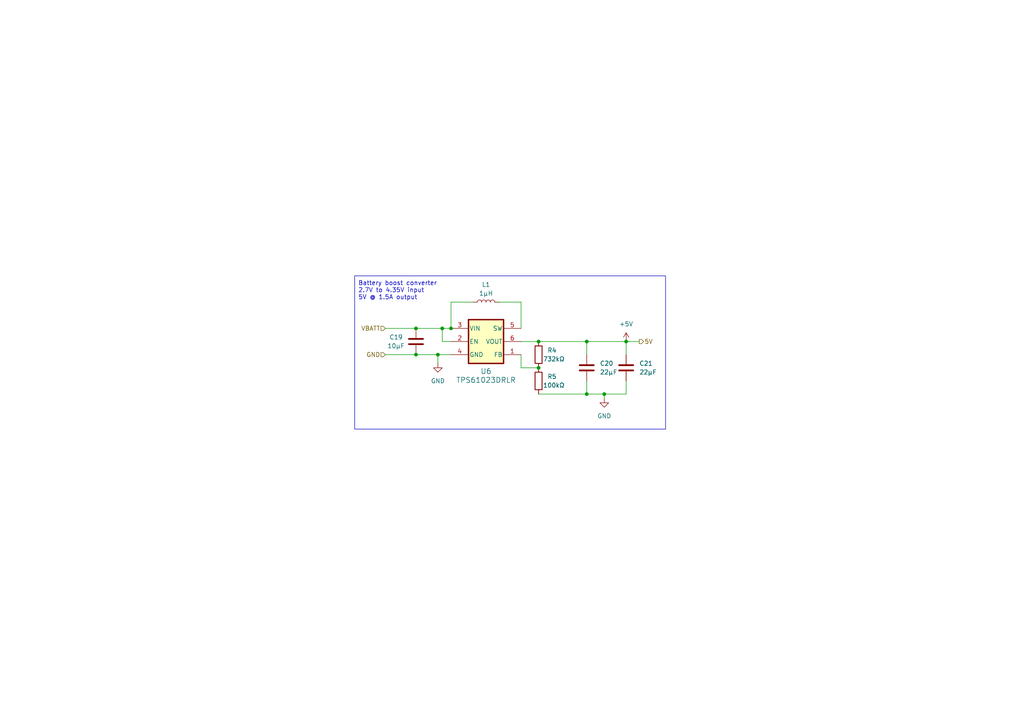
<source format=kicad_sch>
(kicad_sch (version 20231120) (generator "eeschema") (generator_version "8.0")
  (paper "A4")
  (lib_symbols
    (symbol "Device:C" (pin_numbers hide) (pin_names (offset 0.254))
      (property "Reference" "C" (at 0.635 2.54 0))
      (property "Value" "C" (at 0.635 -2.54 0))
      (symbol "C_0_1"
        (polyline (pts (xy -2.032 -0.762) (xy 2.032 -0.762)) (stroke (width 0.508)))
        (polyline (pts (xy -2.032 0.762) (xy 2.032 0.762)) (stroke (width 0.508)))
      )
      (symbol "C_1_1"
        (pin passive line (at 0 3.81 270) (length 2.794) (name "~") (number "1"))
        (pin passive line (at 0 -3.81 90) (length 2.794) (name "~") (number "2"))
      )
    )
    (symbol "Device:L" (pin_numbers hide) (pin_names (offset 1.016) hide)
      (property "Reference" "L" (at -1.27 0 90))
      (property "Value" "L" (at 1.905 0 90))
      (symbol "L_0_1"
        (arc (start 0 -2.54) (mid 0.6323 -1.905) (end 0 -1.27))
        (arc (start 0 -1.27) (mid 0.6323 -0.635) (end 0 0))
        (arc (start 0 0) (mid 0.6323 0.635) (end 0 1.27))
        (arc (start 0 1.27) (mid 0.6323 1.905) (end 0 2.54))
      )
      (symbol "L_1_1"
        (pin passive line (at 0 3.81 270) (length 1.27) (name "1") (number "1"))
        (pin passive line (at 0 -3.81 90) (length 1.27) (name "2") (number "2"))
      )
    )
    (symbol "Device:R" (pin_numbers hide) (pin_names (offset 0))
      (property "Reference" "R" (at 2.032 0 90))
      (property "Value" "R" (at 0 0 90))
      (symbol "R_0_1"
        (rectangle (start -1.016 -2.54) (end 1.016 2.54) (stroke (width 0.254)))
      )
      (symbol "R_1_1"
        (pin passive line (at 0 3.81 270) (length 1.27) (name "~") (number "1"))
        (pin passive line (at 0 -3.81 90) (length 1.27) (name "~") (number "2"))
      )
    )
    (symbol "custom_lib:TPS61023DRLR" (pin_names (offset 0.254))
      (property "Reference" "U" (at 0 2.54 0))
      (property "Value" "TPS61023DRLR" (at 0 0 0))
      (symbol "TPS61023DRLR_0_1"
        (pin input line (at 2.54 -3.81 180) (length 5.08) (name "FB") (number "1"))
        (pin input line (at -17.78 0 0) (length 5.08) (name "EN") (number "2"))
        (pin power_in line (at -17.78 3.81 0) (length 5.08) (name "VIN") (number "3"))
        (pin power_in line (at -17.78 -3.81 0) (length 5.08) (name "GND") (number "4"))
        (pin power_in line (at 2.54 3.81 180) (length 5.08) (name "SW") (number "5"))
        (pin power_in line (at 2.54 0 180) (length 5.08) (name "VOUT") (number "6"))
      )
      (symbol "TPS61023DRLR_1_1"
        (rectangle (start -12.7 6.35) (end -2.54 -6.35) (stroke (width 0.4064)) (fill (type background)))
      )
    )
    (symbol "power:+5V" (power) (pin_numbers hide) (pin_names (offset 0) hide)
      (property "Value" "+5V" (at 0 3.556 0))
      (symbol "+5V_0_1"
        (polyline (pts (xy -0.762 1.27) (xy 0 2.54)))
        (polyline (pts (xy 0 0) (xy 0 2.54)))
        (polyline (pts (xy 0 2.54) (xy 0.762 1.27)))
      )
      (symbol "+5V_1_1"
        (pin power_in line (at 0 0 90) (length 0) (name "~") (number "1"))
      )
    )
    (symbol "power:GND" (power) (pin_numbers hide) (pin_names (offset 0) hide)
      (property "Value" "GND" (at 0 -3.81 0))
      (symbol "GND_0_1"
        (polyline (pts (xy 0 0) (xy 0 -1.27) (xy 1.27 -1.27) (xy 0 -2.54) (xy -1.27 -1.27) (xy 0 -1.27)))
      )
      (symbol "GND_1_1"
        (pin power_in line (at 0 0 270) (length 0) (name "~") (number "1"))
      )
    )
  )
  (junction (at 175.26 114.3))
  (junction (at 156.21 106.68))
  (junction (at 127 102.87))
  (junction (at 170.18 114.3))
  (junction (at 170.18 99.06))
  (junction (at 181.61 99.06))
  (junction (at 128.27 95.25))
  (junction (at 156.21 99.06))
  (junction (at 120.65 102.87))
  (junction (at 130.81 95.25))
  (junction (at 120.65 95.25))
  (wire (pts (xy 120.65 102.87) (xy 127 102.87)))
  (wire (pts (xy 128.27 95.25) (xy 128.27 99.06)))
  (wire (pts (xy 181.61 99.06) (xy 181.61 102.87)))
  (wire (pts (xy 130.81 87.63) (xy 130.81 95.25)))
  (wire (pts (xy 120.65 95.25) (xy 128.27 95.25)))
  (wire (pts (xy 170.18 110.49) (xy 170.18 114.3)))
  (wire (pts (xy 151.13 87.63) (xy 151.13 95.25)))
  (wire (pts (xy 170.18 99.06) (xy 181.61 99.06)))
  (wire (pts (xy 170.18 102.87) (xy 170.18 99.06)))
  (wire (pts (xy 156.21 99.06) (xy 170.18 99.06)))
  (wire (pts (xy 175.26 114.3) (xy 175.26 115.57)))
  (wire (pts (xy 181.61 99.06) (xy 185.42 99.06)))
  (wire (pts (xy 151.13 106.68) (xy 156.21 106.68)))
  (wire (pts (xy 181.61 110.49) (xy 181.61 114.3)))
  (wire (pts (xy 156.21 114.3) (xy 170.18 114.3)))
  (wire (pts (xy 128.27 95.25) (xy 130.81 95.25)))
  (wire (pts (xy 130.81 99.06) (xy 128.27 99.06)))
  (wire (pts (xy 111.76 102.87) (xy 120.65 102.87)))
  (wire (pts (xy 170.18 114.3) (xy 175.26 114.3)))
  (wire (pts (xy 144.78 87.63) (xy 151.13 87.63)))
  (wire (pts (xy 127 105.41) (xy 127 102.87)))
  (wire (pts (xy 151.13 99.06) (xy 156.21 99.06)))
  (wire (pts (xy 175.26 114.3) (xy 181.61 114.3)))
  (wire (pts (xy 137.16 87.63) (xy 130.81 87.63)))
  (wire (pts (xy 111.76 95.25) (xy 120.65 95.25)))
  (wire (pts (xy 151.13 102.87) (xy 151.13 106.68)))
  (wire (pts (xy 127 102.87) (xy 130.81 102.87)))
  (rectangle (start 102.87 80.01) (end 193.04 124.46))
  (text "Battery boost converter\n2.7V to 4.35V input\n5V @ 1.5A output" (at 103.886 81.534 0) (effects (font (size 1.27 1.27)) (justify left top)))
  (hierarchical_label "GND" (shape input) (at 111.76 102.87 180))
  (hierarchical_label "5V" (shape output) (at 185.42 99.06 0))
  (hierarchical_label "VBATT" (shape input) (at 111.76 95.25 180))
  (symbol (lib_id "Device:C") (at 170.18 106.68 180) (unit 1)
    (property "Reference" "C20" (at 173.99 105.4099 0) (effects (justify right)))
    (property "Value" "22µF " (at 173.99 107.9499 0) (effects (justify right)))
    (property "Description" "Unpolarized capacitor" (effects (hide yes)))
  )
  (symbol (lib_id "power:+5V") (at 181.61 99.06 0) (unit 1)
    (property "Reference" "#PWR045" (effects (hide yes)))
    (property "Value" "+5V" (at 181.61 93.98 0))
    (property "Description" "Power symbol creates a global label with name \"+5V\"" (effects (hide yes)))
  )
  (symbol (lib_id "Device:L") (at 140.97 87.63 90) (unit 1)
    (property "Reference" "L1" (at 140.97 82.55 90))
    (property "Value" "1µH" (at 140.97 85.09 90))
    (property "Footprint" "CustomLib:IND_74438357010_WRE" (effects (hide yes)))
    (property "Description" "Inductor" (effects (hide yes)))
  )
  (symbol (lib_id "Device:C") (at 120.65 99.06 0) (unit 1)
    (property "Reference" "C19" (at 116.84 97.7899 0) (effects (justify right)))
    (property "Value" "10µF " (at 118.364 100.33 0) (effects (justify right)))
    (property "Description" "Unpolarized capacitor" (effects (hide yes)))
  )
  (symbol (lib_id "power:GND") (at 175.26 115.57 0) (unit 1)
    (property "Reference" "#PWR014" (effects (hide yes)))
    (property "Value" "GND" (at 175.26 120.65 0))
    (property "Description" "Power symbol creates a global label with name \"GND\" , ground" (effects (hide yes)))
  )
  (symbol (lib_id "custom_lib:TPS61023DRLR") (at 148.59 99.06 0) (unit 1)
    (property "Reference" "U6" (at 140.97 107.696 0) (effects (font (size 1.524 1.524))))
    (property "Value" "TPS61023DRLR" (at 140.97 110.236 0) (effects (font (size 1.524 1.524))))
    (property "Footprint" "CustomLib:SOTFL50P160X60-6N" (effects (hide yes)))
    (property "Datasheet" "TPS61023DRLR" (effects (hide yes)))
  )
  (symbol (lib_id "Device:R") (at 156.21 110.49 0) (unit 1)
    (property "Reference" "R5" (at 158.75 109.2199 0) (effects (justify left)))
    (property "Value" "100kΩ" (at 157.48 111.76 0) (effects (justify left)))
    (property "Description" "Resistor" (effects (hide yes)))
  )
  (symbol (lib_id "Device:R") (at 156.21 102.87 0) (unit 1)
    (property "Reference" "R4" (at 158.75 101.5999 0) (effects (justify left)))
    (property "Value" "732kΩ" (at 157.48 104.14 0) (effects (justify left)))
    (property "Description" "Resistor" (effects (hide yes)))
  )
  (symbol (lib_id "Device:C") (at 181.61 106.68 180) (unit 1)
    (property "Reference" "C21" (at 185.42 105.4099 0) (effects (justify right)))
    (property "Value" "22µF " (at 185.42 107.9499 0) (effects (justify right)))
    (property "Description" "Unpolarized capacitor" (effects (hide yes)))
  )
  (symbol (lib_id "power:GND") (at 127 105.41 0) (unit 1)
    (property "Reference" "#PWR013" (effects (hide yes)))
    (property "Value" "GND" (at 127 110.49 0))
    (property "Description" "Power symbol creates a global label with name \"GND\" , ground" (effects (hide yes)))
  )
)
</source>
